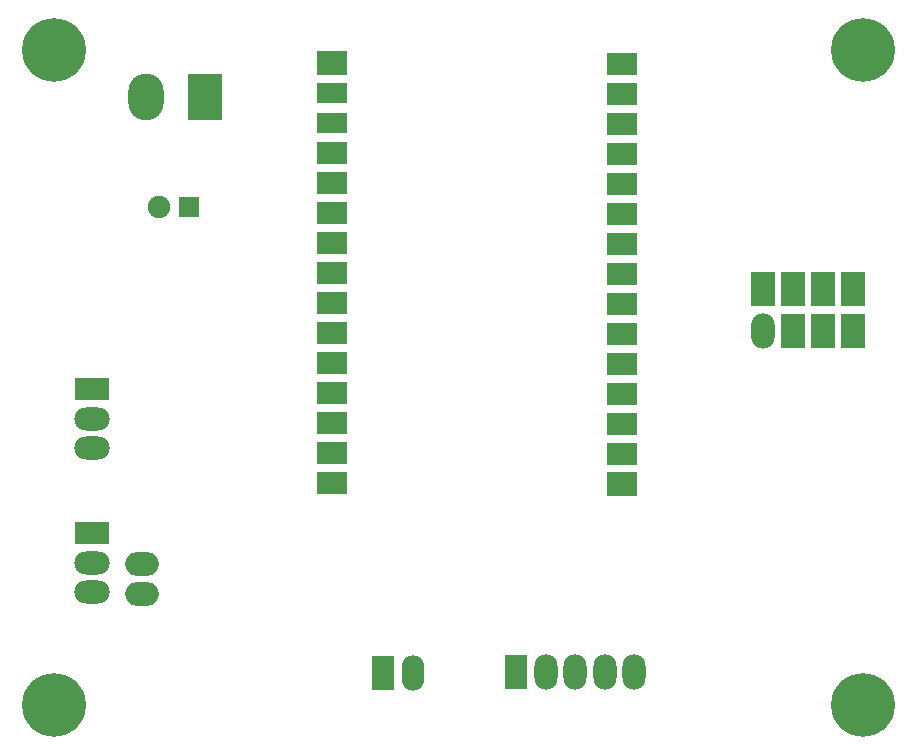
<source format=gbr>
%TF.GenerationSoftware,KiCad,Pcbnew,6.0.11+dfsg-1*%
%TF.CreationDate,2023-04-02T16:25:06-05:00*%
%TF.ProjectId,water_tank_module,77617465-725f-4746-916e-6b5f6d6f6475,rev?*%
%TF.SameCoordinates,Original*%
%TF.FileFunction,Soldermask,Bot*%
%TF.FilePolarity,Negative*%
%FSLAX46Y46*%
G04 Gerber Fmt 4.6, Leading zero omitted, Abs format (unit mm)*
G04 Created by KiCad (PCBNEW 6.0.11+dfsg-1) date 2023-04-02 16:25:06*
%MOMM*%
%LPD*%
G01*
G04 APERTURE LIST*
%ADD10R,1.900000X3.000000*%
%ADD11O,1.900000X3.000000*%
%ADD12O,1.950000X3.000000*%
%ADD13C,5.400000*%
%ADD14R,3.000000X1.950000*%
%ADD15O,3.000000X1.950000*%
%ADD16O,2.000000X3.000000*%
%ADD17R,2.000000X3.000000*%
%ADD18R,1.800000X1.800000*%
%ADD19C,1.900000*%
%ADD20R,2.540000X2.100000*%
%ADD21R,2.540000X1.740000*%
%ADD22R,2.540000X1.950000*%
%ADD23R,3.000000X3.960000*%
%ADD24O,3.000000X3.960000*%
%ADD25O,2.850000X2.025000*%
%ADD26R,2.540000X2.000000*%
G04 APERTURE END LIST*
D10*
%TO.C,J2*%
X154655000Y-123748000D03*
D11*
X157155000Y-123748000D03*
%TD*%
D10*
%TO.C,J1*%
X165891000Y-123713000D03*
D12*
X168391000Y-123713000D03*
X170891000Y-123713000D03*
X173391000Y-123713000D03*
X175891000Y-123713000D03*
%TD*%
D13*
%TO.C,H2*%
X126750000Y-126500000D03*
%TD*%
D14*
%TO.C,J_EC1*%
X129988000Y-99749750D03*
D15*
X129988000Y-102249750D03*
X129988000Y-104749750D03*
%TD*%
D16*
%TO.C,U4*%
X186803000Y-94784000D03*
D17*
X186803000Y-91244000D03*
X189343000Y-94784000D03*
X189343000Y-91244000D03*
X191883000Y-94784000D03*
X191883000Y-91244000D03*
X194423000Y-94784000D03*
X194423000Y-91244000D03*
%TD*%
D18*
%TO.C,C1*%
X138171113Y-84286250D03*
D19*
X135671113Y-84286250D03*
%TD*%
D14*
%TO.C,J_DS18*%
X129988000Y-111949750D03*
D15*
X129988000Y-114449750D03*
X129988000Y-116949750D03*
%TD*%
D13*
%TO.C,H3*%
X195250000Y-71000000D03*
%TD*%
D20*
%TO.C,J_esp0*%
X150295000Y-72105000D03*
D21*
X150295000Y-74645000D03*
X150295000Y-77185000D03*
D22*
X150295000Y-79725000D03*
X150295000Y-82265000D03*
X150295000Y-84805000D03*
X150295000Y-87345000D03*
X150295000Y-89885000D03*
X150295000Y-92425000D03*
X150295000Y-94965000D03*
X150295000Y-97505000D03*
X150295000Y-100045000D03*
X150295000Y-102585000D03*
X150295000Y-105125000D03*
X150295000Y-107665000D03*
%TD*%
D23*
%TO.C,5V1*%
X139543800Y-74975200D03*
D24*
X134543800Y-74975200D03*
%TD*%
D13*
%TO.C,H4*%
X126750000Y-71000000D03*
%TD*%
%TO.C,H1*%
X195250000Y-126500000D03*
%TD*%
D25*
%TO.C,R11*%
X134188000Y-114549750D03*
X134188000Y-117089750D03*
%TD*%
D26*
%TO.C,J_esp1*%
X174835500Y-107744000D03*
D22*
X174835500Y-105204000D03*
X174835500Y-102664000D03*
X174835500Y-100124000D03*
X174835500Y-97584000D03*
X174835500Y-95044000D03*
X174835500Y-92504000D03*
X174835500Y-89964000D03*
X174835500Y-87424000D03*
X174835500Y-84884000D03*
X174835500Y-82344000D03*
X174835500Y-79804000D03*
X174835500Y-77264000D03*
X174835500Y-74724000D03*
X174835500Y-72184000D03*
%TD*%
M02*

</source>
